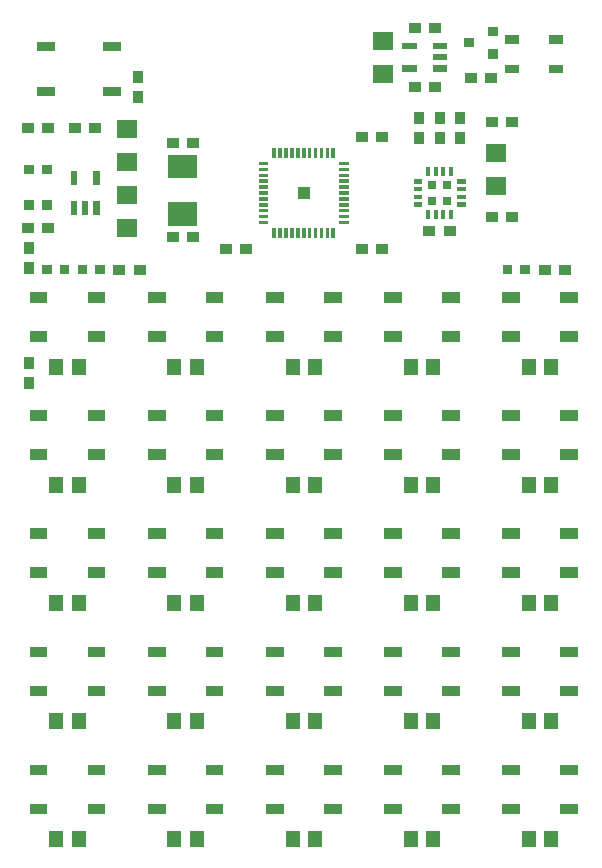
<source format=gbr>
G04 DipTrace 2.4.0.2*
%INTopPaste.gbr*%
%MOIN*%
%ADD53R,0.0472X0.0551*%
%ADD55R,0.0354X0.0394*%
%ADD57R,0.0669X0.0591*%
%ADD59R,0.0394X0.0354*%
%FSLAX44Y44*%
G04*
G70*
G90*
G75*
G01*
%LNTopPaste*%
%LPD*%
D59*
X13543Y34252D3*
X14213D3*
X11772Y30610D3*
X12441D3*
X5472Y27264D3*
X6142D3*
X5472Y30413D3*
X6142D3*
D57*
X3937Y30866D3*
Y29764D3*
Y27559D3*
Y28661D3*
D59*
X7913Y26870D3*
X7244D3*
X11772D3*
X12441D3*
X13543Y32283D3*
X14213D3*
D57*
X12500Y32717D3*
Y33819D3*
D55*
X14370Y30571D3*
Y31240D3*
X13681Y30571D3*
Y31240D3*
X15059Y30571D3*
Y31240D3*
D59*
X14035Y27461D3*
X14705D3*
D53*
X2343Y22953D3*
X1594D3*
X6280D3*
X5531D3*
X10217D3*
X9469D3*
X14154D3*
X13406D3*
X18091D3*
X17343D3*
X2343Y19016D3*
X1594D3*
X6280D3*
X5531D3*
X10217D3*
X9469D3*
X14154D3*
X13406D3*
X18091D3*
X17343D3*
X2343Y15079D3*
X1594D3*
X6280D3*
X5531D3*
X10217D3*
X9469D3*
X14154D3*
X13406D3*
X18091D3*
X17343D3*
X2343Y11142D3*
X1594D3*
X6280D3*
X5531D3*
X10217D3*
X9469D3*
X14154D3*
X13406D3*
X18091D3*
X17343D3*
X2343Y7205D3*
X1594D3*
X6280D3*
X5531D3*
X10217D3*
X9469D3*
X14154D3*
X13406D3*
X18091D3*
X17343D3*
G36*
X18484Y33996D2*
X18012D1*
Y33720D1*
X18484D1*
Y33996D1*
G37*
G36*
X17028D2*
X16555D1*
Y33720D1*
X17028D1*
Y33996D1*
G37*
G36*
X18484Y33012D2*
X18012D1*
Y32736D1*
X18484D1*
Y33012D1*
G37*
G36*
X17028D2*
X16555D1*
Y32736D1*
X17028D1*
Y33012D1*
G37*
D57*
X16240Y30079D3*
Y28976D3*
G36*
X846Y29370D2*
Y29685D1*
X531D1*
Y29370D1*
X846D1*
G37*
G36*
X1437D2*
Y29685D1*
X1122D1*
Y29370D1*
X1437D1*
G37*
G36*
X846Y28189D2*
Y28504D1*
X531D1*
Y28189D1*
X846D1*
G37*
G36*
X1437D2*
Y28504D1*
X1122D1*
Y28189D1*
X1437D1*
G37*
G36*
X1713Y26339D2*
Y26024D1*
X2028D1*
Y26339D1*
X1713D1*
G37*
G36*
X1122D2*
Y26024D1*
X1437D1*
Y26339D1*
X1122D1*
G37*
G36*
X2618Y26024D2*
Y26339D1*
X2303D1*
Y26024D1*
X2618D1*
G37*
G36*
X3209D2*
Y26339D1*
X2894D1*
Y26024D1*
X3209D1*
G37*
G36*
X16791D2*
Y26339D1*
X16476D1*
Y26024D1*
X16791D1*
G37*
G36*
X17382D2*
Y26339D1*
X17067D1*
Y26024D1*
X17382D1*
G37*
G36*
X2638Y23780D2*
X3228D1*
Y24134D1*
X2638D1*
Y23780D1*
G37*
G36*
Y25079D2*
X3228D1*
Y25433D1*
X2638D1*
Y25079D1*
G37*
G36*
X709D2*
X1299D1*
Y25433D1*
X709D1*
Y25079D1*
G37*
G36*
Y23780D2*
X1299D1*
Y24134D1*
X709D1*
Y23780D1*
G37*
G36*
X6575D2*
X7165D1*
Y24134D1*
X6575D1*
Y23780D1*
G37*
G36*
Y25079D2*
X7165D1*
Y25433D1*
X6575D1*
Y25079D1*
G37*
G36*
X4646D2*
X5236D1*
Y25433D1*
X4646D1*
Y25079D1*
G37*
G36*
Y23780D2*
X5236D1*
Y24134D1*
X4646D1*
Y23780D1*
G37*
G36*
X10512D2*
X11102D1*
Y24134D1*
X10512D1*
Y23780D1*
G37*
G36*
Y25079D2*
X11102D1*
Y25433D1*
X10512D1*
Y25079D1*
G37*
G36*
X8583D2*
X9173D1*
Y25433D1*
X8583D1*
Y25079D1*
G37*
G36*
Y23780D2*
X9173D1*
Y24134D1*
X8583D1*
Y23780D1*
G37*
G36*
X14449D2*
X15039D1*
Y24134D1*
X14449D1*
Y23780D1*
G37*
G36*
Y25079D2*
X15039D1*
Y25433D1*
X14449D1*
Y25079D1*
G37*
G36*
X12520D2*
X13110D1*
Y25433D1*
X12520D1*
Y25079D1*
G37*
G36*
Y23780D2*
X13110D1*
Y24134D1*
X12520D1*
Y23780D1*
G37*
G36*
X18386D2*
X18976D1*
Y24134D1*
X18386D1*
Y23780D1*
G37*
G36*
Y25079D2*
X18976D1*
Y25433D1*
X18386D1*
Y25079D1*
G37*
G36*
X16457D2*
X17047D1*
Y25433D1*
X16457D1*
Y25079D1*
G37*
G36*
Y23780D2*
X17047D1*
Y24134D1*
X16457D1*
Y23780D1*
G37*
G36*
X2638Y19843D2*
X3228D1*
Y20197D1*
X2638D1*
Y19843D1*
G37*
G36*
Y21142D2*
X3228D1*
Y21496D1*
X2638D1*
Y21142D1*
G37*
G36*
X709D2*
X1299D1*
Y21496D1*
X709D1*
Y21142D1*
G37*
G36*
Y19843D2*
X1299D1*
Y20197D1*
X709D1*
Y19843D1*
G37*
G36*
X6575D2*
X7165D1*
Y20197D1*
X6575D1*
Y19843D1*
G37*
G36*
Y21142D2*
X7165D1*
Y21496D1*
X6575D1*
Y21142D1*
G37*
G36*
X4646D2*
X5236D1*
Y21496D1*
X4646D1*
Y21142D1*
G37*
G36*
Y19843D2*
X5236D1*
Y20197D1*
X4646D1*
Y19843D1*
G37*
G36*
X10512D2*
X11102D1*
Y20197D1*
X10512D1*
Y19843D1*
G37*
G36*
Y21142D2*
X11102D1*
Y21496D1*
X10512D1*
Y21142D1*
G37*
G36*
X8583D2*
X9173D1*
Y21496D1*
X8583D1*
Y21142D1*
G37*
G36*
Y19843D2*
X9173D1*
Y20197D1*
X8583D1*
Y19843D1*
G37*
G36*
X14449D2*
X15039D1*
Y20197D1*
X14449D1*
Y19843D1*
G37*
G36*
Y21142D2*
X15039D1*
Y21496D1*
X14449D1*
Y21142D1*
G37*
G36*
X12520D2*
X13110D1*
Y21496D1*
X12520D1*
Y21142D1*
G37*
G36*
Y19843D2*
X13110D1*
Y20197D1*
X12520D1*
Y19843D1*
G37*
G36*
X18386D2*
X18976D1*
Y20197D1*
X18386D1*
Y19843D1*
G37*
G36*
Y21142D2*
X18976D1*
Y21496D1*
X18386D1*
Y21142D1*
G37*
G36*
X16457D2*
X17047D1*
Y21496D1*
X16457D1*
Y21142D1*
G37*
G36*
Y19843D2*
X17047D1*
Y20197D1*
X16457D1*
Y19843D1*
G37*
G36*
X2638Y15906D2*
X3228D1*
Y16260D1*
X2638D1*
Y15906D1*
G37*
G36*
Y17205D2*
X3228D1*
Y17559D1*
X2638D1*
Y17205D1*
G37*
G36*
X709D2*
X1299D1*
Y17559D1*
X709D1*
Y17205D1*
G37*
G36*
Y15906D2*
X1299D1*
Y16260D1*
X709D1*
Y15906D1*
G37*
G36*
X6575D2*
X7165D1*
Y16260D1*
X6575D1*
Y15906D1*
G37*
G36*
Y17205D2*
X7165D1*
Y17559D1*
X6575D1*
Y17205D1*
G37*
G36*
X4646D2*
X5236D1*
Y17559D1*
X4646D1*
Y17205D1*
G37*
G36*
Y15906D2*
X5236D1*
Y16260D1*
X4646D1*
Y15906D1*
G37*
G36*
X10512D2*
X11102D1*
Y16260D1*
X10512D1*
Y15906D1*
G37*
G36*
Y17205D2*
X11102D1*
Y17559D1*
X10512D1*
Y17205D1*
G37*
G36*
X8583D2*
X9173D1*
Y17559D1*
X8583D1*
Y17205D1*
G37*
G36*
Y15906D2*
X9173D1*
Y16260D1*
X8583D1*
Y15906D1*
G37*
G36*
X14449D2*
X15039D1*
Y16260D1*
X14449D1*
Y15906D1*
G37*
G36*
Y17205D2*
X15039D1*
Y17559D1*
X14449D1*
Y17205D1*
G37*
G36*
X12520D2*
X13110D1*
Y17559D1*
X12520D1*
Y17205D1*
G37*
G36*
Y15906D2*
X13110D1*
Y16260D1*
X12520D1*
Y15906D1*
G37*
G36*
X18386D2*
X18976D1*
Y16260D1*
X18386D1*
Y15906D1*
G37*
G36*
Y17205D2*
X18976D1*
Y17559D1*
X18386D1*
Y17205D1*
G37*
G36*
X16457D2*
X17047D1*
Y17559D1*
X16457D1*
Y17205D1*
G37*
G36*
Y15906D2*
X17047D1*
Y16260D1*
X16457D1*
Y15906D1*
G37*
G36*
X2638Y11969D2*
X3228D1*
Y12323D1*
X2638D1*
Y11969D1*
G37*
G36*
Y13268D2*
X3228D1*
Y13622D1*
X2638D1*
Y13268D1*
G37*
G36*
X709D2*
X1299D1*
Y13622D1*
X709D1*
Y13268D1*
G37*
G36*
Y11969D2*
X1299D1*
Y12323D1*
X709D1*
Y11969D1*
G37*
G36*
X6575D2*
X7165D1*
Y12323D1*
X6575D1*
Y11969D1*
G37*
G36*
Y13268D2*
X7165D1*
Y13622D1*
X6575D1*
Y13268D1*
G37*
G36*
X4646D2*
X5236D1*
Y13622D1*
X4646D1*
Y13268D1*
G37*
G36*
Y11969D2*
X5236D1*
Y12323D1*
X4646D1*
Y11969D1*
G37*
G36*
X10512D2*
X11102D1*
Y12323D1*
X10512D1*
Y11969D1*
G37*
G36*
Y13268D2*
X11102D1*
Y13622D1*
X10512D1*
Y13268D1*
G37*
G36*
X8583D2*
X9173D1*
Y13622D1*
X8583D1*
Y13268D1*
G37*
G36*
Y11969D2*
X9173D1*
Y12323D1*
X8583D1*
Y11969D1*
G37*
G36*
X14449D2*
X15039D1*
Y12323D1*
X14449D1*
Y11969D1*
G37*
G36*
Y13268D2*
X15039D1*
Y13622D1*
X14449D1*
Y13268D1*
G37*
G36*
X12520D2*
X13110D1*
Y13622D1*
X12520D1*
Y13268D1*
G37*
G36*
Y11969D2*
X13110D1*
Y12323D1*
X12520D1*
Y11969D1*
G37*
G36*
X18386D2*
X18976D1*
Y12323D1*
X18386D1*
Y11969D1*
G37*
G36*
Y13268D2*
X18976D1*
Y13622D1*
X18386D1*
Y13268D1*
G37*
G36*
X16457D2*
X17047D1*
Y13622D1*
X16457D1*
Y13268D1*
G37*
G36*
Y11969D2*
X17047D1*
Y12323D1*
X16457D1*
Y11969D1*
G37*
G36*
X2638Y8031D2*
X3228D1*
Y8386D1*
X2638D1*
Y8031D1*
G37*
G36*
Y9331D2*
X3228D1*
Y9685D1*
X2638D1*
Y9331D1*
G37*
G36*
X709D2*
X1299D1*
Y9685D1*
X709D1*
Y9331D1*
G37*
G36*
Y8031D2*
X1299D1*
Y8386D1*
X709D1*
Y8031D1*
G37*
G36*
X6575D2*
X7165D1*
Y8386D1*
X6575D1*
Y8031D1*
G37*
G36*
Y9331D2*
X7165D1*
Y9685D1*
X6575D1*
Y9331D1*
G37*
G36*
X4646D2*
X5236D1*
Y9685D1*
X4646D1*
Y9331D1*
G37*
G36*
Y8031D2*
X5236D1*
Y8386D1*
X4646D1*
Y8031D1*
G37*
G36*
X10512D2*
X11102D1*
Y8386D1*
X10512D1*
Y8031D1*
G37*
G36*
Y9331D2*
X11102D1*
Y9685D1*
X10512D1*
Y9331D1*
G37*
G36*
X8583D2*
X9173D1*
Y9685D1*
X8583D1*
Y9331D1*
G37*
G36*
Y8031D2*
X9173D1*
Y8386D1*
X8583D1*
Y8031D1*
G37*
G36*
X14449D2*
X15039D1*
Y8386D1*
X14449D1*
Y8031D1*
G37*
G36*
Y9331D2*
X15039D1*
Y9685D1*
X14449D1*
Y9331D1*
G37*
G36*
X12520D2*
X13110D1*
Y9685D1*
X12520D1*
Y9331D1*
G37*
G36*
Y8031D2*
X13110D1*
Y8386D1*
X12520D1*
Y8031D1*
G37*
G36*
X18386D2*
X18976D1*
Y8386D1*
X18386D1*
Y8031D1*
G37*
G36*
Y9331D2*
X18976D1*
Y9685D1*
X18386D1*
Y9331D1*
G37*
G36*
X16457D2*
X17047D1*
Y9685D1*
X16457D1*
Y9331D1*
G37*
G36*
Y8031D2*
X17047D1*
Y8386D1*
X16457D1*
Y8031D1*
G37*
D59*
X1319Y30906D3*
X650D3*
X1319Y27559D3*
X650D3*
X2894Y30906D3*
X2224D3*
X16083Y32579D3*
X15413D3*
D55*
X4331Y32618D3*
Y31949D3*
X689Y26240D3*
Y26909D3*
D59*
X3701Y26181D3*
X4370D3*
X17874D3*
X18543D3*
X16772Y27953D3*
X16102D3*
X16772Y31102D3*
X16102D3*
D55*
X689Y23071D3*
Y22402D3*
G36*
X962Y33774D2*
Y33474D1*
X1562D1*
Y33774D1*
X962D1*
G37*
G36*
X3162D2*
Y33474D1*
X3762D1*
Y33774D1*
X3162D1*
G37*
G36*
X962Y32274D2*
Y31974D1*
X1562D1*
Y32274D1*
X962D1*
G37*
G36*
X3162D2*
Y31974D1*
X3762D1*
Y32274D1*
X3162D1*
G37*
G36*
X15523Y33595D2*
Y33905D1*
X15173D1*
Y33595D1*
X15523D1*
G37*
G36*
X16323Y33975D2*
Y34285D1*
X15973D1*
Y33975D1*
X16323D1*
G37*
G36*
Y33215D2*
Y33525D1*
X15973D1*
Y33215D1*
X16323D1*
G37*
G36*
X2293Y28465D2*
X2077D1*
Y27992D1*
X2293D1*
Y28465D1*
G37*
G36*
X2667D2*
X2451D1*
Y27992D1*
X2667D1*
Y28465D1*
G37*
G36*
X3041D2*
X2825D1*
Y27992D1*
X3041D1*
Y28465D1*
G37*
G36*
Y29488D2*
X2825D1*
Y29016D1*
X3041D1*
Y29488D1*
G37*
G36*
X2293D2*
X2077D1*
Y29016D1*
X2293D1*
Y29488D1*
G37*
G36*
X14154Y33002D2*
Y32785D1*
X14626D1*
Y33002D1*
X14154D1*
G37*
G36*
Y33376D2*
Y33159D1*
X14626D1*
Y33376D1*
X14154D1*
G37*
G36*
Y33750D2*
Y33533D1*
X14626D1*
Y33750D1*
X14154D1*
G37*
G36*
X13130D2*
Y33533D1*
X13602D1*
Y33750D1*
X13130D1*
G37*
G36*
Y33002D2*
Y32785D1*
X13602D1*
Y33002D1*
X13130D1*
G37*
G36*
X10768Y30236D2*
Y29921D1*
X10886D1*
Y30236D1*
X10768D1*
G37*
G36*
X10571D2*
Y29921D1*
X10689D1*
Y30236D1*
X10571D1*
G37*
G36*
X10374D2*
Y29921D1*
X10492D1*
Y30236D1*
X10374D1*
G37*
G36*
X10177D2*
Y29921D1*
X10295D1*
Y30236D1*
X10177D1*
G37*
G36*
X9980D2*
Y29921D1*
X10098D1*
Y30236D1*
X9980D1*
G37*
G36*
X9783D2*
Y29921D1*
X9902D1*
Y30236D1*
X9783D1*
G37*
G36*
X9705Y29921D2*
Y30236D1*
X9587D1*
Y29921D1*
X9705D1*
G37*
G36*
X9508D2*
Y30236D1*
X9390D1*
Y29921D1*
X9508D1*
G37*
G36*
X9311D2*
Y30236D1*
X9193D1*
Y29921D1*
X9311D1*
G37*
G36*
X9114D2*
Y30236D1*
X8996D1*
Y29921D1*
X9114D1*
G37*
G36*
X8917D2*
Y30236D1*
X8799D1*
Y29921D1*
X8917D1*
G37*
G36*
X8346Y29665D2*
X8661D1*
Y29783D1*
X8346D1*
Y29665D1*
G37*
G36*
Y29469D2*
X8661D1*
Y29587D1*
X8346D1*
Y29469D1*
G37*
G36*
Y29272D2*
X8661D1*
Y29390D1*
X8346D1*
Y29272D1*
G37*
G36*
Y29075D2*
X8661D1*
Y29193D1*
X8346D1*
Y29075D1*
G37*
G36*
Y28878D2*
X8661D1*
Y28996D1*
X8346D1*
Y28878D1*
G37*
G36*
Y28681D2*
X8661D1*
Y28799D1*
X8346D1*
Y28681D1*
G37*
G36*
X8661Y28602D2*
X8346D1*
Y28484D1*
X8661D1*
Y28602D1*
G37*
G36*
Y28406D2*
X8346D1*
Y28287D1*
X8661D1*
Y28406D1*
G37*
G36*
Y28209D2*
X8346D1*
Y28091D1*
X8661D1*
Y28209D1*
G37*
G36*
Y28012D2*
X8346D1*
Y27894D1*
X8661D1*
Y28012D1*
G37*
G36*
Y27815D2*
X8346D1*
Y27697D1*
X8661D1*
Y27815D1*
G37*
G36*
X8917Y27244D2*
Y27559D1*
X8799D1*
Y27244D1*
X8917D1*
G37*
G36*
X9114D2*
Y27559D1*
X8996D1*
Y27244D1*
X9114D1*
G37*
G36*
X9311D2*
Y27559D1*
X9193D1*
Y27244D1*
X9311D1*
G37*
G36*
X9508D2*
Y27559D1*
X9390D1*
Y27244D1*
X9508D1*
G37*
G36*
X9705D2*
Y27559D1*
X9587D1*
Y27244D1*
X9705D1*
G37*
G36*
X9902D2*
Y27559D1*
X9783D1*
Y27244D1*
X9902D1*
G37*
G36*
X9980Y27559D2*
Y27244D1*
X10098D1*
Y27559D1*
X9980D1*
G37*
G36*
X10177D2*
Y27244D1*
X10295D1*
Y27559D1*
X10177D1*
G37*
G36*
X10374D2*
Y27244D1*
X10492D1*
Y27559D1*
X10374D1*
G37*
G36*
X10571D2*
Y27244D1*
X10689D1*
Y27559D1*
X10571D1*
G37*
G36*
X10768D2*
Y27244D1*
X10886D1*
Y27559D1*
X10768D1*
G37*
G36*
X11339Y27815D2*
X11024D1*
Y27697D1*
X11339D1*
Y27815D1*
G37*
G36*
Y28012D2*
X11024D1*
Y27894D1*
X11339D1*
Y28012D1*
G37*
G36*
Y28209D2*
X11024D1*
Y28091D1*
X11339D1*
Y28209D1*
G37*
G36*
Y28406D2*
X11024D1*
Y28287D1*
X11339D1*
Y28406D1*
G37*
G36*
Y28602D2*
X11024D1*
Y28484D1*
X11339D1*
Y28602D1*
G37*
G36*
Y28799D2*
X11024D1*
Y28681D1*
X11339D1*
Y28799D1*
G37*
G36*
X11024Y28878D2*
X11339D1*
Y28996D1*
X11024D1*
Y28878D1*
G37*
G36*
Y29075D2*
X11339D1*
Y29193D1*
X11024D1*
Y29075D1*
G37*
G36*
Y29272D2*
X11339D1*
Y29390D1*
X11024D1*
Y29272D1*
G37*
G36*
Y29469D2*
X11339D1*
Y29587D1*
X11024D1*
Y29469D1*
G37*
G36*
Y29665D2*
X11339D1*
Y29783D1*
X11024D1*
Y29665D1*
G37*
G36*
X14488Y28622D2*
X14764D1*
Y28347D1*
X14488D1*
Y28622D1*
G37*
G36*
X13976D2*
X14252D1*
Y28347D1*
X13976D1*
Y28622D1*
G37*
G36*
Y29134D2*
X14252D1*
Y28858D1*
X13976D1*
Y29134D1*
G37*
G36*
X14488D2*
X14764D1*
Y28858D1*
X14488D1*
Y29134D1*
G37*
G36*
X13917Y28159D2*
Y27884D1*
X14055D1*
Y28159D1*
X13917D1*
G37*
G36*
X14173D2*
Y27884D1*
X14311D1*
Y28159D1*
X14173D1*
G37*
G36*
X14429D2*
Y27884D1*
X14567D1*
Y28159D1*
X14429D1*
G37*
G36*
X14685D2*
Y27884D1*
X14823D1*
Y28159D1*
X14685D1*
G37*
G36*
X14961Y28287D2*
X15236D1*
Y28425D1*
X14961D1*
Y28287D1*
G37*
G36*
Y28533D2*
X15236D1*
Y28671D1*
X14961D1*
Y28533D1*
G37*
G36*
Y28799D2*
X15236D1*
Y28937D1*
X14961D1*
Y28799D1*
G37*
G36*
Y29055D2*
X15236D1*
Y29193D1*
X14961D1*
Y29055D1*
G37*
G36*
X14823Y29321D2*
Y29596D1*
X14685D1*
Y29321D1*
X14823D1*
G37*
G36*
X14567D2*
Y29596D1*
X14429D1*
Y29321D1*
X14567D1*
G37*
G36*
X14311D2*
Y29596D1*
X14173D1*
Y29321D1*
X14311D1*
G37*
G36*
X14055D2*
Y29596D1*
X13917D1*
Y29321D1*
X14055D1*
G37*
G36*
X13789Y29193D2*
X13514D1*
Y29055D1*
X13789D1*
Y29193D1*
G37*
G36*
Y28937D2*
X13514D1*
Y28799D1*
X13789D1*
Y28937D1*
G37*
G36*
Y28681D2*
X13514D1*
Y28543D1*
X13789D1*
Y28681D1*
G37*
G36*
Y28425D2*
X13514D1*
Y28287D1*
X13789D1*
Y28425D1*
G37*
G36*
X5335Y30020D2*
Y29232D1*
X6280D1*
Y30020D1*
X5335D1*
G37*
G36*
X6280Y27657D2*
Y28445D1*
X5335D1*
Y27657D1*
X6280D1*
G37*
G36*
X9646Y28937D2*
X10039D1*
Y28543D1*
X9646D1*
Y28937D1*
G37*
M02*

</source>
